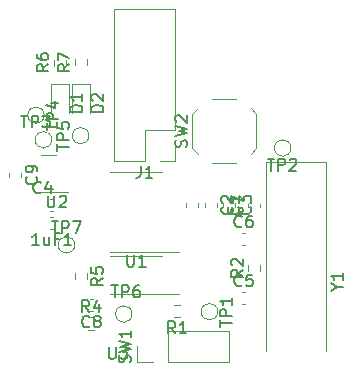
<source format=gbr>
%TF.GenerationSoftware,KiCad,Pcbnew,6.0.11+dfsg-1*%
%TF.CreationDate,2024-02-21T10:26:17+01:00*%
%TF.ProjectId,PCB_TMS,5043425f-544d-4532-9e6b-696361645f70,rev?*%
%TF.SameCoordinates,Original*%
%TF.FileFunction,Legend,Top*%
%TF.FilePolarity,Positive*%
%FSLAX46Y46*%
G04 Gerber Fmt 4.6, Leading zero omitted, Abs format (unit mm)*
G04 Created by KiCad (PCBNEW 6.0.11+dfsg-1) date 2024-02-21 10:26:17*
%MOMM*%
%LPD*%
G01*
G04 APERTURE LIST*
%ADD10C,0.150000*%
%ADD11C,0.120000*%
G04 APERTURE END LIST*
D10*
%TO.C,TP7*%
X132538095Y-94804380D02*
X133109523Y-94804380D01*
X132823809Y-95804380D02*
X132823809Y-94804380D01*
X133442857Y-95804380D02*
X133442857Y-94804380D01*
X133823809Y-94804380D01*
X133919047Y-94852000D01*
X133966666Y-94899619D01*
X134014285Y-94994857D01*
X134014285Y-95137714D01*
X133966666Y-95232952D01*
X133919047Y-95280571D01*
X133823809Y-95328190D01*
X133442857Y-95328190D01*
X134347619Y-94804380D02*
X135014285Y-94804380D01*
X134585714Y-95804380D01*
%TO.C,TP4*%
X132118380Y-87077904D02*
X132118380Y-86506476D01*
X133118380Y-86792190D02*
X132118380Y-86792190D01*
X133118380Y-86173142D02*
X132118380Y-86173142D01*
X132118380Y-85792190D01*
X132166000Y-85696952D01*
X132213619Y-85649333D01*
X132308857Y-85601714D01*
X132451714Y-85601714D01*
X132546952Y-85649333D01*
X132594571Y-85696952D01*
X132642190Y-85792190D01*
X132642190Y-86173142D01*
X132451714Y-84744571D02*
X133118380Y-84744571D01*
X132070761Y-84982666D02*
X132785047Y-85220761D01*
X132785047Y-84601714D01*
%TO.C,TP2*%
X150838095Y-89500380D02*
X151409523Y-89500380D01*
X151123809Y-90500380D02*
X151123809Y-89500380D01*
X151742857Y-90500380D02*
X151742857Y-89500380D01*
X152123809Y-89500380D01*
X152219047Y-89548000D01*
X152266666Y-89595619D01*
X152314285Y-89690857D01*
X152314285Y-89833714D01*
X152266666Y-89928952D01*
X152219047Y-89976571D01*
X152123809Y-90024190D01*
X151742857Y-90024190D01*
X152695238Y-89595619D02*
X152742857Y-89548000D01*
X152838095Y-89500380D01*
X153076190Y-89500380D01*
X153171428Y-89548000D01*
X153219047Y-89595619D01*
X153266666Y-89690857D01*
X153266666Y-89786095D01*
X153219047Y-89928952D01*
X152647619Y-90500380D01*
X153266666Y-90500380D01*
%TO.C,C5*%
X148633333Y-100214642D02*
X148585714Y-100262261D01*
X148442857Y-100309880D01*
X148347619Y-100309880D01*
X148204761Y-100262261D01*
X148109523Y-100167023D01*
X148061904Y-100071785D01*
X148014285Y-99881309D01*
X148014285Y-99738452D01*
X148061904Y-99547976D01*
X148109523Y-99452738D01*
X148204761Y-99357500D01*
X148347619Y-99309880D01*
X148442857Y-99309880D01*
X148585714Y-99357500D01*
X148633333Y-99405119D01*
X149538095Y-99309880D02*
X149061904Y-99309880D01*
X149014285Y-99786071D01*
X149061904Y-99738452D01*
X149157142Y-99690833D01*
X149395238Y-99690833D01*
X149490476Y-99738452D01*
X149538095Y-99786071D01*
X149585714Y-99881309D01*
X149585714Y-100119404D01*
X149538095Y-100214642D01*
X149490476Y-100262261D01*
X149395238Y-100309880D01*
X149157142Y-100309880D01*
X149061904Y-100262261D01*
X149014285Y-100214642D01*
%TO.C,C7*%
X148627142Y-93616666D02*
X148674761Y-93664285D01*
X148722380Y-93807142D01*
X148722380Y-93902380D01*
X148674761Y-94045238D01*
X148579523Y-94140476D01*
X148484285Y-94188095D01*
X148293809Y-94235714D01*
X148150952Y-94235714D01*
X147960476Y-94188095D01*
X147865238Y-94140476D01*
X147770000Y-94045238D01*
X147722380Y-93902380D01*
X147722380Y-93807142D01*
X147770000Y-93664285D01*
X147817619Y-93616666D01*
X147722380Y-93283333D02*
X147722380Y-92616666D01*
X148722380Y-93045238D01*
%TO.C,Y1*%
X156726190Y-100363690D02*
X157202380Y-100363690D01*
X156202380Y-100697023D02*
X156726190Y-100363690D01*
X156202380Y-100030357D01*
X157202380Y-99173214D02*
X157202380Y-99744642D01*
X157202380Y-99458928D02*
X156202380Y-99458928D01*
X156345238Y-99554166D01*
X156440476Y-99649404D01*
X156488095Y-99744642D01*
%TO.C,C1*%
X148337142Y-93604166D02*
X148384761Y-93651785D01*
X148432380Y-93794642D01*
X148432380Y-93889880D01*
X148384761Y-94032738D01*
X148289523Y-94127976D01*
X148194285Y-94175595D01*
X148003809Y-94223214D01*
X147860952Y-94223214D01*
X147670476Y-94175595D01*
X147575238Y-94127976D01*
X147480000Y-94032738D01*
X147432380Y-93889880D01*
X147432380Y-93794642D01*
X147480000Y-93651785D01*
X147527619Y-93604166D01*
X148432380Y-92651785D02*
X148432380Y-93223214D01*
X148432380Y-92937500D02*
X147432380Y-92937500D01*
X147575238Y-93032738D01*
X147670476Y-93127976D01*
X147718095Y-93223214D01*
%TO.C,C6*%
X148633333Y-95214642D02*
X148585714Y-95262261D01*
X148442857Y-95309880D01*
X148347619Y-95309880D01*
X148204761Y-95262261D01*
X148109523Y-95167023D01*
X148061904Y-95071785D01*
X148014285Y-94881309D01*
X148014285Y-94738452D01*
X148061904Y-94547976D01*
X148109523Y-94452738D01*
X148204761Y-94357500D01*
X148347619Y-94309880D01*
X148442857Y-94309880D01*
X148585714Y-94357500D01*
X148633333Y-94405119D01*
X149490476Y-94309880D02*
X149300000Y-94309880D01*
X149204761Y-94357500D01*
X149157142Y-94405119D01*
X149061904Y-94547976D01*
X149014285Y-94738452D01*
X149014285Y-95119404D01*
X149061904Y-95214642D01*
X149109523Y-95262261D01*
X149204761Y-95309880D01*
X149395238Y-95309880D01*
X149490476Y-95262261D01*
X149538095Y-95214642D01*
X149585714Y-95119404D01*
X149585714Y-94881309D01*
X149538095Y-94786071D01*
X149490476Y-94738452D01*
X149395238Y-94690833D01*
X149204761Y-94690833D01*
X149109523Y-94738452D01*
X149061904Y-94786071D01*
X149014285Y-94881309D01*
%TO.C,C9*%
X131237142Y-91029166D02*
X131284761Y-91076785D01*
X131332380Y-91219642D01*
X131332380Y-91314880D01*
X131284761Y-91457738D01*
X131189523Y-91552976D01*
X131094285Y-91600595D01*
X130903809Y-91648214D01*
X130760952Y-91648214D01*
X130570476Y-91600595D01*
X130475238Y-91552976D01*
X130380000Y-91457738D01*
X130332380Y-91314880D01*
X130332380Y-91219642D01*
X130380000Y-91076785D01*
X130427619Y-91029166D01*
X131332380Y-90552976D02*
X131332380Y-90362500D01*
X131284761Y-90267261D01*
X131237142Y-90219642D01*
X131094285Y-90124404D01*
X130903809Y-90076785D01*
X130522857Y-90076785D01*
X130427619Y-90124404D01*
X130380000Y-90172023D01*
X130332380Y-90267261D01*
X130332380Y-90457738D01*
X130380000Y-90552976D01*
X130427619Y-90600595D01*
X130522857Y-90648214D01*
X130760952Y-90648214D01*
X130856190Y-90600595D01*
X130903809Y-90552976D01*
X130951428Y-90457738D01*
X130951428Y-90267261D01*
X130903809Y-90172023D01*
X130856190Y-90124404D01*
X130760952Y-90076785D01*
%TO.C,TP3*%
X129938095Y-85849880D02*
X130509523Y-85849880D01*
X130223809Y-86849880D02*
X130223809Y-85849880D01*
X130842857Y-86849880D02*
X130842857Y-85849880D01*
X131223809Y-85849880D01*
X131319047Y-85897500D01*
X131366666Y-85945119D01*
X131414285Y-86040357D01*
X131414285Y-86183214D01*
X131366666Y-86278452D01*
X131319047Y-86326071D01*
X131223809Y-86373690D01*
X130842857Y-86373690D01*
X131747619Y-85849880D02*
X132366666Y-85849880D01*
X132033333Y-86230833D01*
X132176190Y-86230833D01*
X132271428Y-86278452D01*
X132319047Y-86326071D01*
X132366666Y-86421309D01*
X132366666Y-86659404D01*
X132319047Y-86754642D01*
X132271428Y-86802261D01*
X132176190Y-86849880D01*
X131890476Y-86849880D01*
X131795238Y-86802261D01*
X131747619Y-86754642D01*
%TO.C,R1*%
X142995833Y-104282380D02*
X142662500Y-103806190D01*
X142424404Y-104282380D02*
X142424404Y-103282380D01*
X142805357Y-103282380D01*
X142900595Y-103330000D01*
X142948214Y-103377619D01*
X142995833Y-103472857D01*
X142995833Y-103615714D01*
X142948214Y-103710952D01*
X142900595Y-103758571D01*
X142805357Y-103806190D01*
X142424404Y-103806190D01*
X143948214Y-104282380D02*
X143376785Y-104282380D01*
X143662500Y-104282380D02*
X143662500Y-103282380D01*
X143567261Y-103425238D01*
X143472023Y-103520476D01*
X143376785Y-103568095D01*
%TO.C,U3*%
X137381845Y-105446130D02*
X137381845Y-106255654D01*
X137429464Y-106350892D01*
X137477083Y-106398511D01*
X137572321Y-106446130D01*
X137762797Y-106446130D01*
X137858035Y-106398511D01*
X137905654Y-106350892D01*
X137953273Y-106255654D01*
X137953273Y-105446130D01*
X138334226Y-105446130D02*
X138953273Y-105446130D01*
X138619940Y-105827083D01*
X138762797Y-105827083D01*
X138858035Y-105874702D01*
X138905654Y-105922321D01*
X138953273Y-106017559D01*
X138953273Y-106255654D01*
X138905654Y-106350892D01*
X138858035Y-106398511D01*
X138762797Y-106446130D01*
X138477083Y-106446130D01*
X138381845Y-106398511D01*
X138334226Y-106350892D01*
%TO.C,U1*%
X138938095Y-97632380D02*
X138938095Y-98441904D01*
X138985714Y-98537142D01*
X139033333Y-98584761D01*
X139128571Y-98632380D01*
X139319047Y-98632380D01*
X139414285Y-98584761D01*
X139461904Y-98537142D01*
X139509523Y-98441904D01*
X139509523Y-97632380D01*
X140509523Y-98632380D02*
X139938095Y-98632380D01*
X140223809Y-98632380D02*
X140223809Y-97632380D01*
X140128571Y-97775238D01*
X140033333Y-97870476D01*
X139938095Y-97918095D01*
%TO.C,D1*%
X135132380Y-85538095D02*
X134132380Y-85538095D01*
X134132380Y-85300000D01*
X134180000Y-85157142D01*
X134275238Y-85061904D01*
X134370476Y-85014285D01*
X134560952Y-84966666D01*
X134703809Y-84966666D01*
X134894285Y-85014285D01*
X134989523Y-85061904D01*
X135084761Y-85157142D01*
X135132380Y-85300000D01*
X135132380Y-85538095D01*
X135132380Y-84014285D02*
X135132380Y-84585714D01*
X135132380Y-84300000D02*
X134132380Y-84300000D01*
X134275238Y-84395238D01*
X134370476Y-84490476D01*
X134418095Y-84585714D01*
%TO.C,SW1*%
X139184761Y-106733333D02*
X139232380Y-106590476D01*
X139232380Y-106352380D01*
X139184761Y-106257142D01*
X139137142Y-106209523D01*
X139041904Y-106161904D01*
X138946666Y-106161904D01*
X138851428Y-106209523D01*
X138803809Y-106257142D01*
X138756190Y-106352380D01*
X138708571Y-106542857D01*
X138660952Y-106638095D01*
X138613333Y-106685714D01*
X138518095Y-106733333D01*
X138422857Y-106733333D01*
X138327619Y-106685714D01*
X138280000Y-106638095D01*
X138232380Y-106542857D01*
X138232380Y-106304761D01*
X138280000Y-106161904D01*
X138232380Y-105828571D02*
X139232380Y-105590476D01*
X138518095Y-105400000D01*
X139232380Y-105209523D01*
X138232380Y-104971428D01*
X139232380Y-104066666D02*
X139232380Y-104638095D01*
X139232380Y-104352380D02*
X138232380Y-104352380D01*
X138375238Y-104447619D01*
X138470476Y-104542857D01*
X138518095Y-104638095D01*
%TO.C,SW2*%
X143954761Y-88483333D02*
X144002380Y-88340476D01*
X144002380Y-88102380D01*
X143954761Y-88007142D01*
X143907142Y-87959523D01*
X143811904Y-87911904D01*
X143716666Y-87911904D01*
X143621428Y-87959523D01*
X143573809Y-88007142D01*
X143526190Y-88102380D01*
X143478571Y-88292857D01*
X143430952Y-88388095D01*
X143383333Y-88435714D01*
X143288095Y-88483333D01*
X143192857Y-88483333D01*
X143097619Y-88435714D01*
X143050000Y-88388095D01*
X143002380Y-88292857D01*
X143002380Y-88054761D01*
X143050000Y-87911904D01*
X143002380Y-87578571D02*
X144002380Y-87340476D01*
X143288095Y-87150000D01*
X144002380Y-86959523D01*
X143002380Y-86721428D01*
X143097619Y-86388095D02*
X143050000Y-86340476D01*
X143002380Y-86245238D01*
X143002380Y-86007142D01*
X143050000Y-85911904D01*
X143097619Y-85864285D01*
X143192857Y-85816666D01*
X143288095Y-85816666D01*
X143430952Y-85864285D01*
X144002380Y-86435714D01*
X144002380Y-85816666D01*
%TO.C,R7*%
X134050380Y-81514166D02*
X133574190Y-81847500D01*
X134050380Y-82085595D02*
X133050380Y-82085595D01*
X133050380Y-81704642D01*
X133098000Y-81609404D01*
X133145619Y-81561785D01*
X133240857Y-81514166D01*
X133383714Y-81514166D01*
X133478952Y-81561785D01*
X133526571Y-81609404D01*
X133574190Y-81704642D01*
X133574190Y-82085595D01*
X133050380Y-81180833D02*
X133050380Y-80514166D01*
X134050380Y-80942738D01*
%TO.C,TP6*%
X137600595Y-100232380D02*
X138172023Y-100232380D01*
X137886309Y-101232380D02*
X137886309Y-100232380D01*
X138505357Y-101232380D02*
X138505357Y-100232380D01*
X138886309Y-100232380D01*
X138981547Y-100280000D01*
X139029166Y-100327619D01*
X139076785Y-100422857D01*
X139076785Y-100565714D01*
X139029166Y-100660952D01*
X138981547Y-100708571D01*
X138886309Y-100756190D01*
X138505357Y-100756190D01*
X139933928Y-100232380D02*
X139743452Y-100232380D01*
X139648214Y-100280000D01*
X139600595Y-100327619D01*
X139505357Y-100470476D01*
X139457738Y-100660952D01*
X139457738Y-101041904D01*
X139505357Y-101137142D01*
X139552976Y-101184761D01*
X139648214Y-101232380D01*
X139838690Y-101232380D01*
X139933928Y-101184761D01*
X139981547Y-101137142D01*
X140029166Y-101041904D01*
X140029166Y-100803809D01*
X139981547Y-100708571D01*
X139933928Y-100660952D01*
X139838690Y-100613333D01*
X139648214Y-100613333D01*
X139552976Y-100660952D01*
X139505357Y-100708571D01*
X139457738Y-100803809D01*
%TO.C,R4*%
X135720833Y-102472380D02*
X135387500Y-101996190D01*
X135149404Y-102472380D02*
X135149404Y-101472380D01*
X135530357Y-101472380D01*
X135625595Y-101520000D01*
X135673214Y-101567619D01*
X135720833Y-101662857D01*
X135720833Y-101805714D01*
X135673214Y-101900952D01*
X135625595Y-101948571D01*
X135530357Y-101996190D01*
X135149404Y-101996190D01*
X136577976Y-101805714D02*
X136577976Y-102472380D01*
X136339880Y-101424761D02*
X136101785Y-102139047D01*
X136720833Y-102139047D01*
%TO.C,1uF1*%
X131478571Y-96832380D02*
X130907142Y-96832380D01*
X131192857Y-96832380D02*
X131192857Y-95832380D01*
X131097619Y-95975238D01*
X131002380Y-96070476D01*
X130907142Y-96118095D01*
X132335714Y-96165714D02*
X132335714Y-96832380D01*
X131907142Y-96165714D02*
X131907142Y-96689523D01*
X131954761Y-96784761D01*
X132050000Y-96832380D01*
X132192857Y-96832380D01*
X132288095Y-96784761D01*
X132335714Y-96737142D01*
X133145238Y-96308571D02*
X132811904Y-96308571D01*
X132811904Y-96832380D02*
X132811904Y-95832380D01*
X133288095Y-95832380D01*
X134192857Y-96832380D02*
X133621428Y-96832380D01*
X133907142Y-96832380D02*
X133907142Y-95832380D01*
X133811904Y-95975238D01*
X133716666Y-96070476D01*
X133621428Y-96118095D01*
%TO.C,C2*%
X147787142Y-93604166D02*
X147834761Y-93651785D01*
X147882380Y-93794642D01*
X147882380Y-93889880D01*
X147834761Y-94032738D01*
X147739523Y-94127976D01*
X147644285Y-94175595D01*
X147453809Y-94223214D01*
X147310952Y-94223214D01*
X147120476Y-94175595D01*
X147025238Y-94127976D01*
X146930000Y-94032738D01*
X146882380Y-93889880D01*
X146882380Y-93794642D01*
X146930000Y-93651785D01*
X146977619Y-93604166D01*
X146977619Y-93223214D02*
X146930000Y-93175595D01*
X146882380Y-93080357D01*
X146882380Y-92842261D01*
X146930000Y-92747023D01*
X146977619Y-92699404D01*
X147072857Y-92651785D01*
X147168095Y-92651785D01*
X147310952Y-92699404D01*
X147882380Y-93270833D01*
X147882380Y-92651785D01*
%TO.C,C8*%
X135733333Y-103687142D02*
X135685714Y-103734761D01*
X135542857Y-103782380D01*
X135447619Y-103782380D01*
X135304761Y-103734761D01*
X135209523Y-103639523D01*
X135161904Y-103544285D01*
X135114285Y-103353809D01*
X135114285Y-103210952D01*
X135161904Y-103020476D01*
X135209523Y-102925238D01*
X135304761Y-102830000D01*
X135447619Y-102782380D01*
X135542857Y-102782380D01*
X135685714Y-102830000D01*
X135733333Y-102877619D01*
X136304761Y-103210952D02*
X136209523Y-103163333D01*
X136161904Y-103115714D01*
X136114285Y-103020476D01*
X136114285Y-102972857D01*
X136161904Y-102877619D01*
X136209523Y-102830000D01*
X136304761Y-102782380D01*
X136495238Y-102782380D01*
X136590476Y-102830000D01*
X136638095Y-102877619D01*
X136685714Y-102972857D01*
X136685714Y-103020476D01*
X136638095Y-103115714D01*
X136590476Y-103163333D01*
X136495238Y-103210952D01*
X136304761Y-103210952D01*
X136209523Y-103258571D01*
X136161904Y-103306190D01*
X136114285Y-103401428D01*
X136114285Y-103591904D01*
X136161904Y-103687142D01*
X136209523Y-103734761D01*
X136304761Y-103782380D01*
X136495238Y-103782380D01*
X136590476Y-103734761D01*
X136638095Y-103687142D01*
X136685714Y-103591904D01*
X136685714Y-103401428D01*
X136638095Y-103306190D01*
X136590476Y-103258571D01*
X136495238Y-103210952D01*
%TO.C,R6*%
X132272380Y-81523666D02*
X131796190Y-81857000D01*
X132272380Y-82095095D02*
X131272380Y-82095095D01*
X131272380Y-81714142D01*
X131320000Y-81618904D01*
X131367619Y-81571285D01*
X131462857Y-81523666D01*
X131605714Y-81523666D01*
X131700952Y-81571285D01*
X131748571Y-81618904D01*
X131796190Y-81714142D01*
X131796190Y-82095095D01*
X131272380Y-80666523D02*
X131272380Y-80857000D01*
X131320000Y-80952238D01*
X131367619Y-80999857D01*
X131510476Y-81095095D01*
X131700952Y-81142714D01*
X132081904Y-81142714D01*
X132177142Y-81095095D01*
X132224761Y-81047476D01*
X132272380Y-80952238D01*
X132272380Y-80761761D01*
X132224761Y-80666523D01*
X132177142Y-80618904D01*
X132081904Y-80571285D01*
X131843809Y-80571285D01*
X131748571Y-80618904D01*
X131700952Y-80666523D01*
X131653333Y-80761761D01*
X131653333Y-80952238D01*
X131700952Y-81047476D01*
X131748571Y-81095095D01*
X131843809Y-81142714D01*
%TO.C,R5*%
X136882380Y-99616666D02*
X136406190Y-99950000D01*
X136882380Y-100188095D02*
X135882380Y-100188095D01*
X135882380Y-99807142D01*
X135930000Y-99711904D01*
X135977619Y-99664285D01*
X136072857Y-99616666D01*
X136215714Y-99616666D01*
X136310952Y-99664285D01*
X136358571Y-99711904D01*
X136406190Y-99807142D01*
X136406190Y-100188095D01*
X135882380Y-98711904D02*
X135882380Y-99188095D01*
X136358571Y-99235714D01*
X136310952Y-99188095D01*
X136263333Y-99092857D01*
X136263333Y-98854761D01*
X136310952Y-98759523D01*
X136358571Y-98711904D01*
X136453809Y-98664285D01*
X136691904Y-98664285D01*
X136787142Y-98711904D01*
X136834761Y-98759523D01*
X136882380Y-98854761D01*
X136882380Y-99092857D01*
X136834761Y-99188095D01*
X136787142Y-99235714D01*
%TO.C,R2*%
X148722380Y-98904166D02*
X148246190Y-99237500D01*
X148722380Y-99475595D02*
X147722380Y-99475595D01*
X147722380Y-99094642D01*
X147770000Y-98999404D01*
X147817619Y-98951785D01*
X147912857Y-98904166D01*
X148055714Y-98904166D01*
X148150952Y-98951785D01*
X148198571Y-98999404D01*
X148246190Y-99094642D01*
X148246190Y-99475595D01*
X147817619Y-98523214D02*
X147770000Y-98475595D01*
X147722380Y-98380357D01*
X147722380Y-98142261D01*
X147770000Y-98047023D01*
X147817619Y-97999404D01*
X147912857Y-97951785D01*
X148008095Y-97951785D01*
X148150952Y-97999404D01*
X148722380Y-98570833D01*
X148722380Y-97951785D01*
%TO.C,U2*%
X132210595Y-92629880D02*
X132210595Y-93439404D01*
X132258214Y-93534642D01*
X132305833Y-93582261D01*
X132401071Y-93629880D01*
X132591547Y-93629880D01*
X132686785Y-93582261D01*
X132734404Y-93534642D01*
X132782023Y-93439404D01*
X132782023Y-92629880D01*
X133210595Y-92725119D02*
X133258214Y-92677500D01*
X133353452Y-92629880D01*
X133591547Y-92629880D01*
X133686785Y-92677500D01*
X133734404Y-92725119D01*
X133782023Y-92820357D01*
X133782023Y-92915595D01*
X133734404Y-93058452D01*
X133162976Y-93629880D01*
X133782023Y-93629880D01*
%TO.C,D2*%
X136910380Y-85538095D02*
X135910380Y-85538095D01*
X135910380Y-85300000D01*
X135958000Y-85157142D01*
X136053238Y-85061904D01*
X136148476Y-85014285D01*
X136338952Y-84966666D01*
X136481809Y-84966666D01*
X136672285Y-85014285D01*
X136767523Y-85061904D01*
X136862761Y-85157142D01*
X136910380Y-85300000D01*
X136910380Y-85538095D01*
X136005619Y-84585714D02*
X135958000Y-84538095D01*
X135910380Y-84442857D01*
X135910380Y-84204761D01*
X135958000Y-84109523D01*
X136005619Y-84061904D01*
X136100857Y-84014285D01*
X136196095Y-84014285D01*
X136338952Y-84061904D01*
X136910380Y-84633333D01*
X136910380Y-84014285D01*
%TO.C,TP5*%
X133004380Y-88811904D02*
X133004380Y-88240476D01*
X134004380Y-88526190D02*
X133004380Y-88526190D01*
X134004380Y-87907142D02*
X133004380Y-87907142D01*
X133004380Y-87526190D01*
X133052000Y-87430952D01*
X133099619Y-87383333D01*
X133194857Y-87335714D01*
X133337714Y-87335714D01*
X133432952Y-87383333D01*
X133480571Y-87430952D01*
X133528190Y-87526190D01*
X133528190Y-87907142D01*
X133004380Y-86430952D02*
X133004380Y-86907142D01*
X133480571Y-86954761D01*
X133432952Y-86907142D01*
X133385333Y-86811904D01*
X133385333Y-86573809D01*
X133432952Y-86478571D01*
X133480571Y-86430952D01*
X133575809Y-86383333D01*
X133813904Y-86383333D01*
X133909142Y-86430952D01*
X133956761Y-86478571D01*
X134004380Y-86573809D01*
X134004380Y-86811904D01*
X133956761Y-86907142D01*
X133909142Y-86954761D01*
%TO.C,TP1*%
X146800380Y-103711904D02*
X146800380Y-103140476D01*
X147800380Y-103426190D02*
X146800380Y-103426190D01*
X147800380Y-102807142D02*
X146800380Y-102807142D01*
X146800380Y-102426190D01*
X146848000Y-102330952D01*
X146895619Y-102283333D01*
X146990857Y-102235714D01*
X147133714Y-102235714D01*
X147228952Y-102283333D01*
X147276571Y-102330952D01*
X147324190Y-102426190D01*
X147324190Y-102807142D01*
X147800380Y-101283333D02*
X147800380Y-101854761D01*
X147800380Y-101569047D02*
X146800380Y-101569047D01*
X146943238Y-101664285D01*
X147038476Y-101759523D01*
X147086095Y-101854761D01*
%TO.C,J1*%
X140071666Y-90107380D02*
X140071666Y-90821666D01*
X140024047Y-90964523D01*
X139928809Y-91059761D01*
X139785952Y-91107380D01*
X139690714Y-91107380D01*
X141071666Y-91107380D02*
X140500238Y-91107380D01*
X140785952Y-91107380D02*
X140785952Y-90107380D01*
X140690714Y-90250238D01*
X140595476Y-90345476D01*
X140500238Y-90393095D01*
%TO.C,C3*%
X149337142Y-93604166D02*
X149384761Y-93651785D01*
X149432380Y-93794642D01*
X149432380Y-93889880D01*
X149384761Y-94032738D01*
X149289523Y-94127976D01*
X149194285Y-94175595D01*
X149003809Y-94223214D01*
X148860952Y-94223214D01*
X148670476Y-94175595D01*
X148575238Y-94127976D01*
X148480000Y-94032738D01*
X148432380Y-93889880D01*
X148432380Y-93794642D01*
X148480000Y-93651785D01*
X148527619Y-93604166D01*
X148432380Y-93270833D02*
X148432380Y-92651785D01*
X148813333Y-92985119D01*
X148813333Y-92842261D01*
X148860952Y-92747023D01*
X148908571Y-92699404D01*
X149003809Y-92651785D01*
X149241904Y-92651785D01*
X149337142Y-92699404D01*
X149384761Y-92747023D01*
X149432380Y-92842261D01*
X149432380Y-93127976D01*
X149384761Y-93223214D01*
X149337142Y-93270833D01*
%TO.C,C4*%
X131620833Y-92339642D02*
X131573214Y-92387261D01*
X131430357Y-92434880D01*
X131335119Y-92434880D01*
X131192261Y-92387261D01*
X131097023Y-92292023D01*
X131049404Y-92196785D01*
X131001785Y-92006309D01*
X131001785Y-91863452D01*
X131049404Y-91672976D01*
X131097023Y-91577738D01*
X131192261Y-91482500D01*
X131335119Y-91434880D01*
X131430357Y-91434880D01*
X131573214Y-91482500D01*
X131620833Y-91530119D01*
X132477976Y-91768214D02*
X132477976Y-92434880D01*
X132239880Y-91387261D02*
X132001785Y-92101547D01*
X132620833Y-92101547D01*
D11*
%TO.C,TP7*%
X134500000Y-96800000D02*
G75*
G03*
X134500000Y-96800000I-700000J0D01*
G01*
%TO.C,TP4*%
X131918000Y-85816000D02*
G75*
G03*
X131918000Y-85816000I-700000J0D01*
G01*
%TO.C,TP2*%
X152800000Y-88600000D02*
G75*
G03*
X152800000Y-88600000I-700000J0D01*
G01*
%TO.C,C5*%
X148653733Y-101797500D02*
X148946267Y-101797500D01*
X148653733Y-100777500D02*
X148946267Y-100777500D01*
%TO.C,C7*%
X149190000Y-93596267D02*
X149190000Y-93303733D01*
X150210000Y-93596267D02*
X150210000Y-93303733D01*
%TO.C,Y1*%
X155750000Y-105787500D02*
X155750000Y-89812500D01*
X155750000Y-89812500D02*
X150650000Y-89812500D01*
X150650000Y-89812500D02*
X150650000Y-105787500D01*
%TO.C,C1*%
X144960000Y-93291233D02*
X144960000Y-93583767D01*
X143940000Y-93291233D02*
X143940000Y-93583767D01*
%TO.C,C6*%
X148653733Y-96797500D02*
X148946267Y-96797500D01*
X148653733Y-95777500D02*
X148946267Y-95777500D01*
%TO.C,C9*%
X128940000Y-90716233D02*
X128940000Y-91008767D01*
X129960000Y-90716233D02*
X129960000Y-91008767D01*
%TO.C,TP3*%
X132550000Y-87900000D02*
G75*
G03*
X132550000Y-87900000I-700000J0D01*
G01*
%TO.C,R1*%
X143417224Y-101877500D02*
X142907776Y-101877500D01*
X143417224Y-102922500D02*
X142907776Y-102922500D01*
%TO.C,U3*%
X139700000Y-97740000D02*
X137500000Y-97740000D01*
X139700000Y-97740000D02*
X141900000Y-97740000D01*
X139700000Y-100960000D02*
X143300000Y-100960000D01*
X139700000Y-100960000D02*
X137500000Y-100960000D01*
%TO.C,U1*%
X139700000Y-97365000D02*
X137500000Y-97365000D01*
X139700000Y-90595000D02*
X137500000Y-90595000D01*
X139700000Y-90595000D02*
X141900000Y-90595000D01*
X139700000Y-97365000D02*
X143300000Y-97365000D01*
%TO.C,D1*%
X133985000Y-85600000D02*
X133985000Y-83140000D01*
X133985000Y-83140000D02*
X132515000Y-83140000D01*
X132515000Y-83140000D02*
X132515000Y-85600000D01*
%TO.C,SW1*%
X139780000Y-106730000D02*
X139780000Y-105400000D01*
X141110000Y-106730000D02*
X139780000Y-106730000D01*
X142380000Y-104070000D02*
X147520000Y-104070000D01*
X147520000Y-106730000D02*
X147520000Y-104070000D01*
X142380000Y-106730000D02*
X142380000Y-104070000D01*
X142380000Y-106730000D02*
X147520000Y-106730000D01*
%TO.C,SW2*%
X144430000Y-88600000D02*
X144920000Y-89090000D01*
X149870000Y-88600000D02*
X149870000Y-85700000D01*
X148190000Y-84430000D02*
X146110000Y-84430000D01*
X144430000Y-85700000D02*
X144920000Y-85210000D01*
X149870000Y-85700000D02*
X149380000Y-85210000D01*
X148190000Y-89870000D02*
X146110000Y-89870000D01*
X144430000Y-88600000D02*
X144430000Y-85700000D01*
X149870000Y-88600000D02*
X149380000Y-89090000D01*
%TO.C,R7*%
X134505500Y-81602224D02*
X134505500Y-81092776D01*
X135550500Y-81602224D02*
X135550500Y-81092776D01*
%TO.C,TP6*%
X139350000Y-102650000D02*
G75*
G03*
X139350000Y-102650000I-700000J0D01*
G01*
%TO.C,R4*%
X135632776Y-103972500D02*
X136142224Y-103972500D01*
X135632776Y-102927500D02*
X136142224Y-102927500D01*
%TO.C,1uF1*%
X132696267Y-95460000D02*
X132403733Y-95460000D01*
X132696267Y-94440000D02*
X132403733Y-94440000D01*
%TO.C,C2*%
X146510000Y-93291233D02*
X146510000Y-93583767D01*
X145490000Y-93291233D02*
X145490000Y-93583767D01*
%TO.C,C8*%
X136046267Y-101390000D02*
X135753733Y-101390000D01*
X136046267Y-102410000D02*
X135753733Y-102410000D01*
%TO.C,R6*%
X133772500Y-81611724D02*
X133772500Y-81102276D01*
X132727500Y-81611724D02*
X132727500Y-81102276D01*
%TO.C,R5*%
X134477500Y-99195276D02*
X134477500Y-99704724D01*
X135522500Y-99195276D02*
X135522500Y-99704724D01*
%TO.C,R2*%
X149177500Y-98992224D02*
X149177500Y-98482776D01*
X150222500Y-98992224D02*
X150222500Y-98482776D01*
%TO.C,U2*%
X132272500Y-92337500D02*
X133947500Y-92337500D01*
X132272500Y-92337500D02*
X131622500Y-92337500D01*
X132272500Y-89217500D02*
X131622500Y-89217500D01*
X132272500Y-89217500D02*
X132922500Y-89217500D01*
%TO.C,D2*%
X135763000Y-85600000D02*
X135763000Y-83140000D01*
X135763000Y-83140000D02*
X134293000Y-83140000D01*
X134293000Y-83140000D02*
X134293000Y-85600000D01*
%TO.C,TP5*%
X135700000Y-87550000D02*
G75*
G03*
X135700000Y-87550000I-700000J0D01*
G01*
%TO.C,TP1*%
X146600000Y-102450000D02*
G75*
G03*
X146600000Y-102450000I-700000J0D01*
G01*
%TO.C,J1*%
X143005000Y-89655000D02*
X141675000Y-89655000D01*
X143005000Y-87055000D02*
X140405000Y-87055000D01*
X140405000Y-89655000D02*
X137805000Y-89655000D01*
X140405000Y-87055000D02*
X140405000Y-89655000D01*
X137805000Y-89655000D02*
X137805000Y-76835000D01*
X143005000Y-87055000D02*
X143005000Y-76835000D01*
X143005000Y-76835000D02*
X137805000Y-76835000D01*
X143005000Y-88325000D02*
X143005000Y-89655000D01*
%TO.C,C3*%
X148060000Y-93291233D02*
X148060000Y-93583767D01*
X147040000Y-93291233D02*
X147040000Y-93583767D01*
%TO.C,C4*%
X132391233Y-93910000D02*
X132683767Y-93910000D01*
X132391233Y-92890000D02*
X132683767Y-92890000D01*
%TD*%
M02*

</source>
